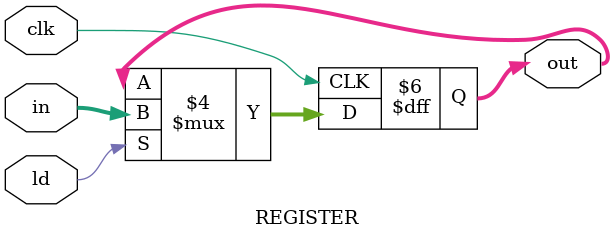
<source format=v>
`timescale 1ns / 1ps
module REGISTER(in,clk,out,ld);
	input[15:0] in;
	input clk,ld;
	output[15:0] out;
	reg[15:0] out;
	initial begin
		out=16'b0;
	end
	always@(negedge clk)
	begin
		if(ld)
				out=in;
		else
				out=out;
		
	end
endmodule


</source>
